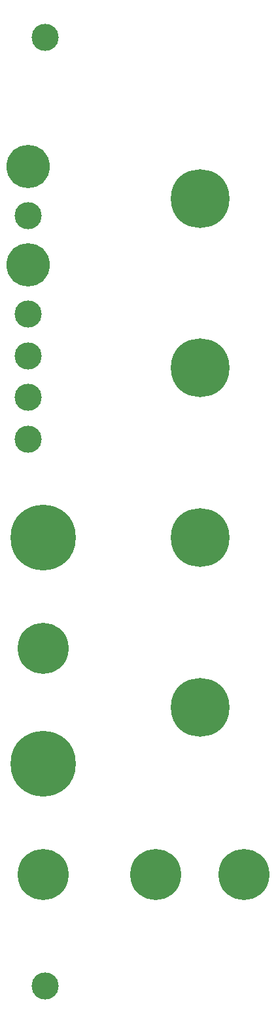
<source format=gbr>
%TF.GenerationSoftware,KiCad,Pcbnew,(6.0.0)*%
%TF.CreationDate,2022-11-14T01:30:50+01:00*%
%TF.ProjectId,Apeks Panel 8mm buttons,4170656b-7320-4506-916e-656c20386d6d,rev?*%
%TF.SameCoordinates,Original*%
%TF.FileFunction,Soldermask,Top*%
%TF.FilePolarity,Negative*%
%FSLAX46Y46*%
G04 Gerber Fmt 4.6, Leading zero omitted, Abs format (unit mm)*
G04 Created by KiCad (PCBNEW (6.0.0)) date 2022-11-14 01:30:50*
%MOMM*%
%LPD*%
G01*
G04 APERTURE LIST*
%ADD10C,6.600000*%
%ADD11C,8.450000*%
%ADD12C,3.500000*%
%ADD13C,5.600000*%
%ADD14C,7.600000*%
G04 APERTURE END LIST*
D10*
%TO.C,Ref\u002A\u002A*%
X86980000Y-146850000D03*
D11*
X86980000Y-132559998D03*
D10*
X86980000Y-117639999D03*
D11*
X86980000Y-103349998D03*
D12*
X85070000Y-90650002D03*
X85070000Y-85250000D03*
X85070000Y-79849998D03*
X85070000Y-74450001D03*
D13*
X85070000Y-68099998D03*
D12*
X85070000Y-61750000D03*
D13*
X85070000Y-55400000D03*
D10*
X101580000Y-146850000D03*
X113010000Y-146850000D03*
D14*
X107300001Y-125260002D03*
X107300001Y-103349998D03*
X107300001Y-81439999D03*
X107300001Y-59530001D03*
D12*
X87300000Y-161250000D03*
X87300000Y-38750000D03*
%TD*%
M02*

</source>
